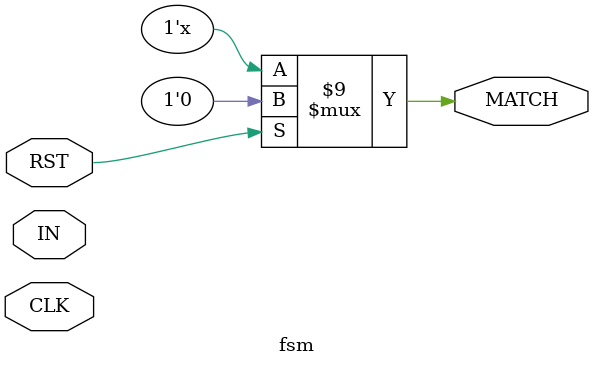
<source format=v>
module fsm(IN,MATCH,CLK,RST);
    input IN,CLK,RST;
    output reg MATCH;
    
    // State encoding
    parameter S0 = 3'b000,
              S1 = 3'b001,
              S2 = 3'b010,
              S3 = 3'b011,
              S4 = 3'b100;
    
    reg [2:0] current_state, next_state;
    
    // State transition and output logic
    always @(IN or CLK or RST) begin
        if (RST) begin
            current_state <= S0;
            MATCH <= 1'b0;
        end
        else if (IN != current_state) begin
            case (current_state)
                S0: current_state <= IN ? S1 : S0;
                S1: current_state <= IN ? S1 : S2;
                S2: current_state <= IN ? S3 : S0;
                S3: current_state <= IN ? S4 : S0;
                S4: begin
                    current_state <= IN ? S1 : S2;
                    MATCH <= IN;
                end
                default: current_state <= S0;
            endcase
        end
    end
endmodule
</source>
